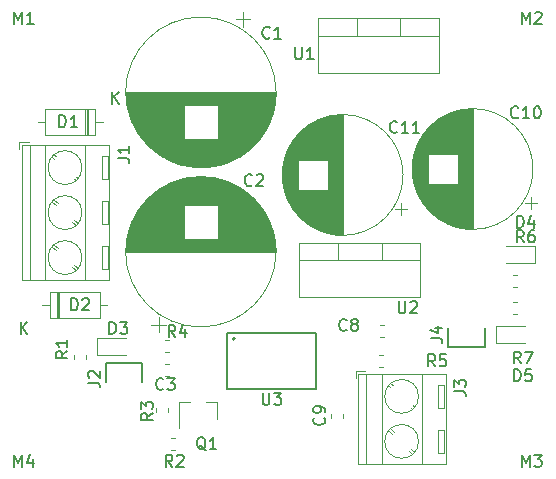
<source format=gbr>
G04 #@! TF.GenerationSoftware,KiCad,Pcbnew,(5.0.0)*
G04 #@! TF.CreationDate,2019-11-15T18:54:58-03:00*
G04 #@! TF.ProjectId,driver_alto,6472697665725F616C746F2E6B696361,rev?*
G04 #@! TF.SameCoordinates,Original*
G04 #@! TF.FileFunction,Legend,Top*
G04 #@! TF.FilePolarity,Positive*
%FSLAX46Y46*%
G04 Gerber Fmt 4.6, Leading zero omitted, Abs format (unit mm)*
G04 Created by KiCad (PCBNEW (5.0.0)) date 11/15/19 18:54:58*
%MOMM*%
%LPD*%
G01*
G04 APERTURE LIST*
%ADD10C,0.120000*%
%ADD11C,0.150000*%
G04 APERTURE END LIST*
D10*
G04 #@! TO.C,Q1*
X116330000Y-80240000D02*
X115400000Y-80240000D01*
X113170000Y-80240000D02*
X114100000Y-80240000D01*
X113170000Y-80240000D02*
X113170000Y-82400000D01*
X116330000Y-80240000D02*
X116330000Y-81700000D01*
G04 #@! TO.C,D5*
X142425000Y-73765000D02*
X139965000Y-73765000D01*
X139965000Y-73765000D02*
X139965000Y-75235000D01*
X139965000Y-75235000D02*
X142425000Y-75235000D01*
G04 #@! TO.C,R7*
X141453733Y-71740000D02*
X141796267Y-71740000D01*
X141453733Y-72760000D02*
X141796267Y-72760000D01*
G04 #@! TO.C,D2*
X102190000Y-70880000D02*
X102190000Y-73120000D01*
X102190000Y-73120000D02*
X106430000Y-73120000D01*
X106430000Y-73120000D02*
X106430000Y-70880000D01*
X106430000Y-70880000D02*
X102190000Y-70880000D01*
X101540000Y-72000000D02*
X102190000Y-72000000D01*
X107080000Y-72000000D02*
X106430000Y-72000000D01*
X102910000Y-70880000D02*
X102910000Y-73120000D01*
X103030000Y-70880000D02*
X103030000Y-73120000D01*
X102790000Y-70880000D02*
X102790000Y-73120000D01*
G04 #@! TO.C,D1*
X106060000Y-57620000D02*
X106060000Y-55380000D01*
X106060000Y-55380000D02*
X101820000Y-55380000D01*
X101820000Y-55380000D02*
X101820000Y-57620000D01*
X101820000Y-57620000D02*
X106060000Y-57620000D01*
X106710000Y-56500000D02*
X106060000Y-56500000D01*
X101170000Y-56500000D02*
X101820000Y-56500000D01*
X105340000Y-57620000D02*
X105340000Y-55380000D01*
X105220000Y-57620000D02*
X105220000Y-55380000D01*
X105460000Y-57620000D02*
X105460000Y-55380000D01*
G04 #@! TO.C,C10*
X142979646Y-63875000D02*
X142979646Y-62875000D01*
X143479646Y-63375000D02*
X142479646Y-63375000D01*
X132919000Y-61099000D02*
X132919000Y-59901000D01*
X132959000Y-61362000D02*
X132959000Y-59638000D01*
X132999000Y-61562000D02*
X132999000Y-59438000D01*
X133039000Y-61730000D02*
X133039000Y-59270000D01*
X133079000Y-61878000D02*
X133079000Y-59122000D01*
X133119000Y-62010000D02*
X133119000Y-58990000D01*
X133159000Y-62130000D02*
X133159000Y-58870000D01*
X133199000Y-62242000D02*
X133199000Y-58758000D01*
X133239000Y-62346000D02*
X133239000Y-58654000D01*
X133279000Y-62444000D02*
X133279000Y-58556000D01*
X133319000Y-62537000D02*
X133319000Y-58463000D01*
X133359000Y-62625000D02*
X133359000Y-58375000D01*
X133399000Y-62709000D02*
X133399000Y-58291000D01*
X133439000Y-62789000D02*
X133439000Y-58211000D01*
X133479000Y-62865000D02*
X133479000Y-58135000D01*
X133519000Y-62939000D02*
X133519000Y-58061000D01*
X133559000Y-63010000D02*
X133559000Y-57990000D01*
X133599000Y-63079000D02*
X133599000Y-57921000D01*
X133639000Y-63145000D02*
X133639000Y-57855000D01*
X133679000Y-63209000D02*
X133679000Y-57791000D01*
X133719000Y-63270000D02*
X133719000Y-57730000D01*
X133759000Y-63330000D02*
X133759000Y-57670000D01*
X133799000Y-63389000D02*
X133799000Y-57611000D01*
X133839000Y-63445000D02*
X133839000Y-57555000D01*
X133879000Y-63500000D02*
X133879000Y-57500000D01*
X133919000Y-63554000D02*
X133919000Y-57446000D01*
X133959000Y-63606000D02*
X133959000Y-57394000D01*
X133999000Y-63656000D02*
X133999000Y-57344000D01*
X134039000Y-63706000D02*
X134039000Y-57294000D01*
X134079000Y-63754000D02*
X134079000Y-57246000D01*
X134119000Y-63801000D02*
X134119000Y-57199000D01*
X134159000Y-63847000D02*
X134159000Y-57153000D01*
X134199000Y-63892000D02*
X134199000Y-57108000D01*
X134239000Y-63936000D02*
X134239000Y-57064000D01*
X134279000Y-59259000D02*
X134279000Y-57022000D01*
X134279000Y-63978000D02*
X134279000Y-61741000D01*
X134319000Y-59259000D02*
X134319000Y-56980000D01*
X134319000Y-64020000D02*
X134319000Y-61741000D01*
X134359000Y-59259000D02*
X134359000Y-56939000D01*
X134359000Y-64061000D02*
X134359000Y-61741000D01*
X134399000Y-59259000D02*
X134399000Y-56899000D01*
X134399000Y-64101000D02*
X134399000Y-61741000D01*
X134439000Y-59259000D02*
X134439000Y-56860000D01*
X134439000Y-64140000D02*
X134439000Y-61741000D01*
X134479000Y-59259000D02*
X134479000Y-56821000D01*
X134479000Y-64179000D02*
X134479000Y-61741000D01*
X134519000Y-59259000D02*
X134519000Y-56784000D01*
X134519000Y-64216000D02*
X134519000Y-61741000D01*
X134559000Y-59259000D02*
X134559000Y-56747000D01*
X134559000Y-64253000D02*
X134559000Y-61741000D01*
X134599000Y-59259000D02*
X134599000Y-56711000D01*
X134599000Y-64289000D02*
X134599000Y-61741000D01*
X134639000Y-59259000D02*
X134639000Y-56676000D01*
X134639000Y-64324000D02*
X134639000Y-61741000D01*
X134679000Y-59259000D02*
X134679000Y-56642000D01*
X134679000Y-64358000D02*
X134679000Y-61741000D01*
X134719000Y-59259000D02*
X134719000Y-56608000D01*
X134719000Y-64392000D02*
X134719000Y-61741000D01*
X134759000Y-59259000D02*
X134759000Y-56575000D01*
X134759000Y-64425000D02*
X134759000Y-61741000D01*
X134799000Y-59259000D02*
X134799000Y-56543000D01*
X134799000Y-64457000D02*
X134799000Y-61741000D01*
X134839000Y-59259000D02*
X134839000Y-56511000D01*
X134839000Y-64489000D02*
X134839000Y-61741000D01*
X134879000Y-59259000D02*
X134879000Y-56480000D01*
X134879000Y-64520000D02*
X134879000Y-61741000D01*
X134919000Y-59259000D02*
X134919000Y-56450000D01*
X134919000Y-64550000D02*
X134919000Y-61741000D01*
X134959000Y-59259000D02*
X134959000Y-56420000D01*
X134959000Y-64580000D02*
X134959000Y-61741000D01*
X134999000Y-59259000D02*
X134999000Y-56390000D01*
X134999000Y-64610000D02*
X134999000Y-61741000D01*
X135039000Y-59259000D02*
X135039000Y-56362000D01*
X135039000Y-64638000D02*
X135039000Y-61741000D01*
X135079000Y-59259000D02*
X135079000Y-56334000D01*
X135079000Y-64666000D02*
X135079000Y-61741000D01*
X135119000Y-59259000D02*
X135119000Y-56306000D01*
X135119000Y-64694000D02*
X135119000Y-61741000D01*
X135159000Y-59259000D02*
X135159000Y-56279000D01*
X135159000Y-64721000D02*
X135159000Y-61741000D01*
X135199000Y-59259000D02*
X135199000Y-56253000D01*
X135199000Y-64747000D02*
X135199000Y-61741000D01*
X135239000Y-59259000D02*
X135239000Y-56227000D01*
X135239000Y-64773000D02*
X135239000Y-61741000D01*
X135279000Y-59259000D02*
X135279000Y-56202000D01*
X135279000Y-64798000D02*
X135279000Y-61741000D01*
X135319000Y-59259000D02*
X135319000Y-56177000D01*
X135319000Y-64823000D02*
X135319000Y-61741000D01*
X135359000Y-59259000D02*
X135359000Y-56153000D01*
X135359000Y-64847000D02*
X135359000Y-61741000D01*
X135399000Y-59259000D02*
X135399000Y-56129000D01*
X135399000Y-64871000D02*
X135399000Y-61741000D01*
X135439000Y-59259000D02*
X135439000Y-56105000D01*
X135439000Y-64895000D02*
X135439000Y-61741000D01*
X135479000Y-59259000D02*
X135479000Y-56083000D01*
X135479000Y-64917000D02*
X135479000Y-61741000D01*
X135519000Y-59259000D02*
X135519000Y-56060000D01*
X135519000Y-64940000D02*
X135519000Y-61741000D01*
X135559000Y-59259000D02*
X135559000Y-56038000D01*
X135559000Y-64962000D02*
X135559000Y-61741000D01*
X135599000Y-59259000D02*
X135599000Y-56017000D01*
X135599000Y-64983000D02*
X135599000Y-61741000D01*
X135639000Y-59259000D02*
X135639000Y-55996000D01*
X135639000Y-65004000D02*
X135639000Y-61741000D01*
X135679000Y-59259000D02*
X135679000Y-55975000D01*
X135679000Y-65025000D02*
X135679000Y-61741000D01*
X135719000Y-59259000D02*
X135719000Y-55955000D01*
X135719000Y-65045000D02*
X135719000Y-61741000D01*
X135759000Y-59259000D02*
X135759000Y-55936000D01*
X135759000Y-65064000D02*
X135759000Y-61741000D01*
X135799000Y-59259000D02*
X135799000Y-55916000D01*
X135799000Y-65084000D02*
X135799000Y-61741000D01*
X135839000Y-59259000D02*
X135839000Y-55897000D01*
X135839000Y-65103000D02*
X135839000Y-61741000D01*
X135879000Y-59259000D02*
X135879000Y-55879000D01*
X135879000Y-65121000D02*
X135879000Y-61741000D01*
X135919000Y-59259000D02*
X135919000Y-55861000D01*
X135919000Y-65139000D02*
X135919000Y-61741000D01*
X135959000Y-59259000D02*
X135959000Y-55843000D01*
X135959000Y-65157000D02*
X135959000Y-61741000D01*
X135999000Y-59259000D02*
X135999000Y-55826000D01*
X135999000Y-65174000D02*
X135999000Y-61741000D01*
X136039000Y-59259000D02*
X136039000Y-55810000D01*
X136039000Y-65190000D02*
X136039000Y-61741000D01*
X136079000Y-59259000D02*
X136079000Y-55793000D01*
X136079000Y-65207000D02*
X136079000Y-61741000D01*
X136119000Y-59259000D02*
X136119000Y-55777000D01*
X136119000Y-65223000D02*
X136119000Y-61741000D01*
X136159000Y-59259000D02*
X136159000Y-55762000D01*
X136159000Y-65238000D02*
X136159000Y-61741000D01*
X136199000Y-59259000D02*
X136199000Y-55746000D01*
X136199000Y-65254000D02*
X136199000Y-61741000D01*
X136239000Y-59259000D02*
X136239000Y-55732000D01*
X136239000Y-65268000D02*
X136239000Y-61741000D01*
X136279000Y-59259000D02*
X136279000Y-55717000D01*
X136279000Y-65283000D02*
X136279000Y-61741000D01*
X136319000Y-59259000D02*
X136319000Y-55703000D01*
X136319000Y-65297000D02*
X136319000Y-61741000D01*
X136359000Y-59259000D02*
X136359000Y-55689000D01*
X136359000Y-65311000D02*
X136359000Y-61741000D01*
X136399000Y-59259000D02*
X136399000Y-55676000D01*
X136399000Y-65324000D02*
X136399000Y-61741000D01*
X136439000Y-59259000D02*
X136439000Y-55663000D01*
X136439000Y-65337000D02*
X136439000Y-61741000D01*
X136479000Y-59259000D02*
X136479000Y-55650000D01*
X136479000Y-65350000D02*
X136479000Y-61741000D01*
X136519000Y-59259000D02*
X136519000Y-55638000D01*
X136519000Y-65362000D02*
X136519000Y-61741000D01*
X136559000Y-59259000D02*
X136559000Y-55626000D01*
X136559000Y-65374000D02*
X136559000Y-61741000D01*
X136599000Y-59259000D02*
X136599000Y-55615000D01*
X136599000Y-65385000D02*
X136599000Y-61741000D01*
X136639000Y-59259000D02*
X136639000Y-55603000D01*
X136639000Y-65397000D02*
X136639000Y-61741000D01*
X136679000Y-59259000D02*
X136679000Y-55593000D01*
X136679000Y-65407000D02*
X136679000Y-61741000D01*
X136719000Y-59259000D02*
X136719000Y-55582000D01*
X136719000Y-65418000D02*
X136719000Y-61741000D01*
X136759000Y-65428000D02*
X136759000Y-55572000D01*
X136799000Y-65438000D02*
X136799000Y-55562000D01*
X136839000Y-65447000D02*
X136839000Y-55553000D01*
X136879000Y-65456000D02*
X136879000Y-55544000D01*
X136919000Y-65465000D02*
X136919000Y-55535000D01*
X136959000Y-65474000D02*
X136959000Y-55526000D01*
X136999000Y-65482000D02*
X136999000Y-55518000D01*
X137039000Y-65490000D02*
X137039000Y-55510000D01*
X137079000Y-65497000D02*
X137079000Y-55503000D01*
X137119000Y-65504000D02*
X137119000Y-55496000D01*
X137159000Y-65511000D02*
X137159000Y-55489000D01*
X137199000Y-65518000D02*
X137199000Y-55482000D01*
X137239000Y-65524000D02*
X137239000Y-55476000D01*
X137279000Y-65530000D02*
X137279000Y-55470000D01*
X137320000Y-65535000D02*
X137320000Y-55465000D01*
X137360000Y-65540000D02*
X137360000Y-55460000D01*
X137400000Y-65545000D02*
X137400000Y-55455000D01*
X137440000Y-65550000D02*
X137440000Y-55450000D01*
X137480000Y-65554000D02*
X137480000Y-55446000D01*
X137520000Y-65558000D02*
X137520000Y-55442000D01*
X137560000Y-65562000D02*
X137560000Y-55438000D01*
X137600000Y-65565000D02*
X137600000Y-55435000D01*
X137640000Y-65568000D02*
X137640000Y-55432000D01*
X137680000Y-65570000D02*
X137680000Y-55430000D01*
X137720000Y-65573000D02*
X137720000Y-55427000D01*
X137760000Y-65575000D02*
X137760000Y-55425000D01*
X137800000Y-65577000D02*
X137800000Y-55423000D01*
X137840000Y-65578000D02*
X137840000Y-55422000D01*
X137880000Y-65579000D02*
X137880000Y-55421000D01*
X137920000Y-65580000D02*
X137920000Y-55420000D01*
X137960000Y-65580000D02*
X137960000Y-55420000D01*
X138000000Y-65580000D02*
X138000000Y-55420000D01*
X143120000Y-60500000D02*
G75*
G03X143120000Y-60500000I-5120000J0D01*
G01*
G04 #@! TO.C,C11*
X132120000Y-61000000D02*
G75*
G03X132120000Y-61000000I-5120000J0D01*
G01*
X127000000Y-66080000D02*
X127000000Y-55920000D01*
X126960000Y-66080000D02*
X126960000Y-55920000D01*
X126920000Y-66080000D02*
X126920000Y-55920000D01*
X126880000Y-66079000D02*
X126880000Y-55921000D01*
X126840000Y-66078000D02*
X126840000Y-55922000D01*
X126800000Y-66077000D02*
X126800000Y-55923000D01*
X126760000Y-66075000D02*
X126760000Y-55925000D01*
X126720000Y-66073000D02*
X126720000Y-55927000D01*
X126680000Y-66070000D02*
X126680000Y-55930000D01*
X126640000Y-66068000D02*
X126640000Y-55932000D01*
X126600000Y-66065000D02*
X126600000Y-55935000D01*
X126560000Y-66062000D02*
X126560000Y-55938000D01*
X126520000Y-66058000D02*
X126520000Y-55942000D01*
X126480000Y-66054000D02*
X126480000Y-55946000D01*
X126440000Y-66050000D02*
X126440000Y-55950000D01*
X126400000Y-66045000D02*
X126400000Y-55955000D01*
X126360000Y-66040000D02*
X126360000Y-55960000D01*
X126320000Y-66035000D02*
X126320000Y-55965000D01*
X126279000Y-66030000D02*
X126279000Y-55970000D01*
X126239000Y-66024000D02*
X126239000Y-55976000D01*
X126199000Y-66018000D02*
X126199000Y-55982000D01*
X126159000Y-66011000D02*
X126159000Y-55989000D01*
X126119000Y-66004000D02*
X126119000Y-55996000D01*
X126079000Y-65997000D02*
X126079000Y-56003000D01*
X126039000Y-65990000D02*
X126039000Y-56010000D01*
X125999000Y-65982000D02*
X125999000Y-56018000D01*
X125959000Y-65974000D02*
X125959000Y-56026000D01*
X125919000Y-65965000D02*
X125919000Y-56035000D01*
X125879000Y-65956000D02*
X125879000Y-56044000D01*
X125839000Y-65947000D02*
X125839000Y-56053000D01*
X125799000Y-65938000D02*
X125799000Y-56062000D01*
X125759000Y-65928000D02*
X125759000Y-56072000D01*
X125719000Y-65918000D02*
X125719000Y-62241000D01*
X125719000Y-59759000D02*
X125719000Y-56082000D01*
X125679000Y-65907000D02*
X125679000Y-62241000D01*
X125679000Y-59759000D02*
X125679000Y-56093000D01*
X125639000Y-65897000D02*
X125639000Y-62241000D01*
X125639000Y-59759000D02*
X125639000Y-56103000D01*
X125599000Y-65885000D02*
X125599000Y-62241000D01*
X125599000Y-59759000D02*
X125599000Y-56115000D01*
X125559000Y-65874000D02*
X125559000Y-62241000D01*
X125559000Y-59759000D02*
X125559000Y-56126000D01*
X125519000Y-65862000D02*
X125519000Y-62241000D01*
X125519000Y-59759000D02*
X125519000Y-56138000D01*
X125479000Y-65850000D02*
X125479000Y-62241000D01*
X125479000Y-59759000D02*
X125479000Y-56150000D01*
X125439000Y-65837000D02*
X125439000Y-62241000D01*
X125439000Y-59759000D02*
X125439000Y-56163000D01*
X125399000Y-65824000D02*
X125399000Y-62241000D01*
X125399000Y-59759000D02*
X125399000Y-56176000D01*
X125359000Y-65811000D02*
X125359000Y-62241000D01*
X125359000Y-59759000D02*
X125359000Y-56189000D01*
X125319000Y-65797000D02*
X125319000Y-62241000D01*
X125319000Y-59759000D02*
X125319000Y-56203000D01*
X125279000Y-65783000D02*
X125279000Y-62241000D01*
X125279000Y-59759000D02*
X125279000Y-56217000D01*
X125239000Y-65768000D02*
X125239000Y-62241000D01*
X125239000Y-59759000D02*
X125239000Y-56232000D01*
X125199000Y-65754000D02*
X125199000Y-62241000D01*
X125199000Y-59759000D02*
X125199000Y-56246000D01*
X125159000Y-65738000D02*
X125159000Y-62241000D01*
X125159000Y-59759000D02*
X125159000Y-56262000D01*
X125119000Y-65723000D02*
X125119000Y-62241000D01*
X125119000Y-59759000D02*
X125119000Y-56277000D01*
X125079000Y-65707000D02*
X125079000Y-62241000D01*
X125079000Y-59759000D02*
X125079000Y-56293000D01*
X125039000Y-65690000D02*
X125039000Y-62241000D01*
X125039000Y-59759000D02*
X125039000Y-56310000D01*
X124999000Y-65674000D02*
X124999000Y-62241000D01*
X124999000Y-59759000D02*
X124999000Y-56326000D01*
X124959000Y-65657000D02*
X124959000Y-62241000D01*
X124959000Y-59759000D02*
X124959000Y-56343000D01*
X124919000Y-65639000D02*
X124919000Y-62241000D01*
X124919000Y-59759000D02*
X124919000Y-56361000D01*
X124879000Y-65621000D02*
X124879000Y-62241000D01*
X124879000Y-59759000D02*
X124879000Y-56379000D01*
X124839000Y-65603000D02*
X124839000Y-62241000D01*
X124839000Y-59759000D02*
X124839000Y-56397000D01*
X124799000Y-65584000D02*
X124799000Y-62241000D01*
X124799000Y-59759000D02*
X124799000Y-56416000D01*
X124759000Y-65564000D02*
X124759000Y-62241000D01*
X124759000Y-59759000D02*
X124759000Y-56436000D01*
X124719000Y-65545000D02*
X124719000Y-62241000D01*
X124719000Y-59759000D02*
X124719000Y-56455000D01*
X124679000Y-65525000D02*
X124679000Y-62241000D01*
X124679000Y-59759000D02*
X124679000Y-56475000D01*
X124639000Y-65504000D02*
X124639000Y-62241000D01*
X124639000Y-59759000D02*
X124639000Y-56496000D01*
X124599000Y-65483000D02*
X124599000Y-62241000D01*
X124599000Y-59759000D02*
X124599000Y-56517000D01*
X124559000Y-65462000D02*
X124559000Y-62241000D01*
X124559000Y-59759000D02*
X124559000Y-56538000D01*
X124519000Y-65440000D02*
X124519000Y-62241000D01*
X124519000Y-59759000D02*
X124519000Y-56560000D01*
X124479000Y-65417000D02*
X124479000Y-62241000D01*
X124479000Y-59759000D02*
X124479000Y-56583000D01*
X124439000Y-65395000D02*
X124439000Y-62241000D01*
X124439000Y-59759000D02*
X124439000Y-56605000D01*
X124399000Y-65371000D02*
X124399000Y-62241000D01*
X124399000Y-59759000D02*
X124399000Y-56629000D01*
X124359000Y-65347000D02*
X124359000Y-62241000D01*
X124359000Y-59759000D02*
X124359000Y-56653000D01*
X124319000Y-65323000D02*
X124319000Y-62241000D01*
X124319000Y-59759000D02*
X124319000Y-56677000D01*
X124279000Y-65298000D02*
X124279000Y-62241000D01*
X124279000Y-59759000D02*
X124279000Y-56702000D01*
X124239000Y-65273000D02*
X124239000Y-62241000D01*
X124239000Y-59759000D02*
X124239000Y-56727000D01*
X124199000Y-65247000D02*
X124199000Y-62241000D01*
X124199000Y-59759000D02*
X124199000Y-56753000D01*
X124159000Y-65221000D02*
X124159000Y-62241000D01*
X124159000Y-59759000D02*
X124159000Y-56779000D01*
X124119000Y-65194000D02*
X124119000Y-62241000D01*
X124119000Y-59759000D02*
X124119000Y-56806000D01*
X124079000Y-65166000D02*
X124079000Y-62241000D01*
X124079000Y-59759000D02*
X124079000Y-56834000D01*
X124039000Y-65138000D02*
X124039000Y-62241000D01*
X124039000Y-59759000D02*
X124039000Y-56862000D01*
X123999000Y-65110000D02*
X123999000Y-62241000D01*
X123999000Y-59759000D02*
X123999000Y-56890000D01*
X123959000Y-65080000D02*
X123959000Y-62241000D01*
X123959000Y-59759000D02*
X123959000Y-56920000D01*
X123919000Y-65050000D02*
X123919000Y-62241000D01*
X123919000Y-59759000D02*
X123919000Y-56950000D01*
X123879000Y-65020000D02*
X123879000Y-62241000D01*
X123879000Y-59759000D02*
X123879000Y-56980000D01*
X123839000Y-64989000D02*
X123839000Y-62241000D01*
X123839000Y-59759000D02*
X123839000Y-57011000D01*
X123799000Y-64957000D02*
X123799000Y-62241000D01*
X123799000Y-59759000D02*
X123799000Y-57043000D01*
X123759000Y-64925000D02*
X123759000Y-62241000D01*
X123759000Y-59759000D02*
X123759000Y-57075000D01*
X123719000Y-64892000D02*
X123719000Y-62241000D01*
X123719000Y-59759000D02*
X123719000Y-57108000D01*
X123679000Y-64858000D02*
X123679000Y-62241000D01*
X123679000Y-59759000D02*
X123679000Y-57142000D01*
X123639000Y-64824000D02*
X123639000Y-62241000D01*
X123639000Y-59759000D02*
X123639000Y-57176000D01*
X123599000Y-64789000D02*
X123599000Y-62241000D01*
X123599000Y-59759000D02*
X123599000Y-57211000D01*
X123559000Y-64753000D02*
X123559000Y-62241000D01*
X123559000Y-59759000D02*
X123559000Y-57247000D01*
X123519000Y-64716000D02*
X123519000Y-62241000D01*
X123519000Y-59759000D02*
X123519000Y-57284000D01*
X123479000Y-64679000D02*
X123479000Y-62241000D01*
X123479000Y-59759000D02*
X123479000Y-57321000D01*
X123439000Y-64640000D02*
X123439000Y-62241000D01*
X123439000Y-59759000D02*
X123439000Y-57360000D01*
X123399000Y-64601000D02*
X123399000Y-62241000D01*
X123399000Y-59759000D02*
X123399000Y-57399000D01*
X123359000Y-64561000D02*
X123359000Y-62241000D01*
X123359000Y-59759000D02*
X123359000Y-57439000D01*
X123319000Y-64520000D02*
X123319000Y-62241000D01*
X123319000Y-59759000D02*
X123319000Y-57480000D01*
X123279000Y-64478000D02*
X123279000Y-62241000D01*
X123279000Y-59759000D02*
X123279000Y-57522000D01*
X123239000Y-64436000D02*
X123239000Y-57564000D01*
X123199000Y-64392000D02*
X123199000Y-57608000D01*
X123159000Y-64347000D02*
X123159000Y-57653000D01*
X123119000Y-64301000D02*
X123119000Y-57699000D01*
X123079000Y-64254000D02*
X123079000Y-57746000D01*
X123039000Y-64206000D02*
X123039000Y-57794000D01*
X122999000Y-64156000D02*
X122999000Y-57844000D01*
X122959000Y-64106000D02*
X122959000Y-57894000D01*
X122919000Y-64054000D02*
X122919000Y-57946000D01*
X122879000Y-64000000D02*
X122879000Y-58000000D01*
X122839000Y-63945000D02*
X122839000Y-58055000D01*
X122799000Y-63889000D02*
X122799000Y-58111000D01*
X122759000Y-63830000D02*
X122759000Y-58170000D01*
X122719000Y-63770000D02*
X122719000Y-58230000D01*
X122679000Y-63709000D02*
X122679000Y-58291000D01*
X122639000Y-63645000D02*
X122639000Y-58355000D01*
X122599000Y-63579000D02*
X122599000Y-58421000D01*
X122559000Y-63510000D02*
X122559000Y-58490000D01*
X122519000Y-63439000D02*
X122519000Y-58561000D01*
X122479000Y-63365000D02*
X122479000Y-58635000D01*
X122439000Y-63289000D02*
X122439000Y-58711000D01*
X122399000Y-63209000D02*
X122399000Y-58791000D01*
X122359000Y-63125000D02*
X122359000Y-58875000D01*
X122319000Y-63037000D02*
X122319000Y-58963000D01*
X122279000Y-62944000D02*
X122279000Y-59056000D01*
X122239000Y-62846000D02*
X122239000Y-59154000D01*
X122199000Y-62742000D02*
X122199000Y-59258000D01*
X122159000Y-62630000D02*
X122159000Y-59370000D01*
X122119000Y-62510000D02*
X122119000Y-59490000D01*
X122079000Y-62378000D02*
X122079000Y-59622000D01*
X122039000Y-62230000D02*
X122039000Y-59770000D01*
X121999000Y-62062000D02*
X121999000Y-59938000D01*
X121959000Y-61862000D02*
X121959000Y-60138000D01*
X121919000Y-61599000D02*
X121919000Y-60401000D01*
X132479646Y-63875000D02*
X131479646Y-63875000D01*
X131979646Y-64375000D02*
X131979646Y-63375000D01*
G04 #@! TO.C,D3*
X106215000Y-76235000D02*
X108675000Y-76235000D01*
X106215000Y-74765000D02*
X106215000Y-76235000D01*
X108675000Y-74765000D02*
X106215000Y-74765000D01*
G04 #@! TO.C,D4*
X140825000Y-68485000D02*
X143285000Y-68485000D01*
X143285000Y-68485000D02*
X143285000Y-67015000D01*
X143285000Y-67015000D02*
X140825000Y-67015000D01*
G04 #@! TO.C,C8*
X130203733Y-74760000D02*
X130546267Y-74760000D01*
X130203733Y-73740000D02*
X130546267Y-73740000D01*
G04 #@! TO.C,C9*
X125990000Y-81546267D02*
X125990000Y-81203733D01*
X127010000Y-81546267D02*
X127010000Y-81203733D01*
G04 #@! TO.C,R5*
X130421267Y-76240000D02*
X130078733Y-76240000D01*
X130421267Y-77260000D02*
X130078733Y-77260000D01*
G04 #@! TO.C,R6*
X141453733Y-69490000D02*
X141796267Y-69490000D01*
X141453733Y-70510000D02*
X141796267Y-70510000D01*
D11*
G04 #@! TO.C,J4*
X139050000Y-75550000D02*
X135950000Y-75550000D01*
X139050000Y-74000000D02*
X139050000Y-75550000D01*
X135950000Y-75550000D02*
X135950000Y-74000000D01*
G04 #@! TO.C,J2*
X110050000Y-76950000D02*
X110050000Y-78500000D01*
X106950000Y-78500000D02*
X106950000Y-76950000D01*
X106950000Y-76950000D02*
X110050000Y-76950000D01*
G04 #@! TO.C,U3*
X117900000Y-74870000D02*
G75*
G03X117900000Y-74870000I-100000J0D01*
G01*
X124750000Y-74420000D02*
X117250000Y-74420000D01*
X124750000Y-79120000D02*
X124750000Y-74420000D01*
X117250000Y-79120000D02*
X124750000Y-79120000D01*
X117250000Y-74420000D02*
X117250000Y-79120000D01*
D10*
G04 #@! TO.C,C1*
X119200000Y-47807918D02*
X117950000Y-47807918D01*
X118575000Y-47182918D02*
X118575000Y-48432918D01*
X115317000Y-60361000D02*
X114683000Y-60361000D01*
X115757000Y-60321000D02*
X114243000Y-60321000D01*
X116028000Y-60281000D02*
X113972000Y-60281000D01*
X116241000Y-60241000D02*
X113759000Y-60241000D01*
X116422000Y-60201000D02*
X113578000Y-60201000D01*
X116583000Y-60161000D02*
X113417000Y-60161000D01*
X116728000Y-60121000D02*
X113272000Y-60121000D01*
X116861000Y-60081000D02*
X113139000Y-60081000D01*
X116984000Y-60041000D02*
X113016000Y-60041000D01*
X117100000Y-60001000D02*
X112900000Y-60001000D01*
X117209000Y-59961000D02*
X112791000Y-59961000D01*
X117312000Y-59921000D02*
X112688000Y-59921000D01*
X117410000Y-59881000D02*
X112590000Y-59881000D01*
X117504000Y-59841000D02*
X112496000Y-59841000D01*
X117594000Y-59801000D02*
X112406000Y-59801000D01*
X117681000Y-59761000D02*
X112319000Y-59761000D01*
X117764000Y-59721000D02*
X112236000Y-59721000D01*
X117844000Y-59681000D02*
X112156000Y-59681000D01*
X117921000Y-59641000D02*
X112079000Y-59641000D01*
X117996000Y-59601000D02*
X112004000Y-59601000D01*
X118069000Y-59561000D02*
X111931000Y-59561000D01*
X118140000Y-59521000D02*
X111860000Y-59521000D01*
X118208000Y-59481000D02*
X111792000Y-59481000D01*
X118275000Y-59441000D02*
X111725000Y-59441000D01*
X118339000Y-59401000D02*
X111661000Y-59401000D01*
X118402000Y-59361000D02*
X111598000Y-59361000D01*
X118464000Y-59321000D02*
X111536000Y-59321000D01*
X118524000Y-59281000D02*
X111476000Y-59281000D01*
X118583000Y-59241000D02*
X111417000Y-59241000D01*
X118640000Y-59201000D02*
X111360000Y-59201000D01*
X118696000Y-59161000D02*
X111304000Y-59161000D01*
X118750000Y-59121000D02*
X111250000Y-59121000D01*
X118804000Y-59081000D02*
X111196000Y-59081000D01*
X118856000Y-59041000D02*
X111144000Y-59041000D01*
X118907000Y-59001000D02*
X111093000Y-59001000D01*
X118957000Y-58961000D02*
X111043000Y-58961000D01*
X119007000Y-58921000D02*
X110993000Y-58921000D01*
X119055000Y-58881000D02*
X110945000Y-58881000D01*
X119102000Y-58841000D02*
X110898000Y-58841000D01*
X119148000Y-58801000D02*
X110852000Y-58801000D01*
X119194000Y-58761000D02*
X110806000Y-58761000D01*
X119238000Y-58721000D02*
X110762000Y-58721000D01*
X119282000Y-58681000D02*
X110718000Y-58681000D01*
X119325000Y-58641000D02*
X110675000Y-58641000D01*
X119367000Y-58601000D02*
X110633000Y-58601000D01*
X119408000Y-58561000D02*
X110592000Y-58561000D01*
X119449000Y-58521000D02*
X110551000Y-58521000D01*
X119489000Y-58481000D02*
X110511000Y-58481000D01*
X119528000Y-58441000D02*
X110472000Y-58441000D01*
X119567000Y-58401000D02*
X110433000Y-58401000D01*
X119605000Y-58361000D02*
X110395000Y-58361000D01*
X119642000Y-58321000D02*
X110358000Y-58321000D01*
X119678000Y-58281000D02*
X110322000Y-58281000D01*
X119714000Y-58241000D02*
X110286000Y-58241000D01*
X119750000Y-58201000D02*
X110250000Y-58201000D01*
X119785000Y-58161000D02*
X110215000Y-58161000D01*
X119819000Y-58121000D02*
X110181000Y-58121000D01*
X119852000Y-58081000D02*
X110148000Y-58081000D01*
X119885000Y-58041000D02*
X110115000Y-58041000D01*
X119918000Y-58001000D02*
X110082000Y-58001000D01*
X119950000Y-57961000D02*
X110050000Y-57961000D01*
X113560000Y-57921000D02*
X110018000Y-57921000D01*
X119982000Y-57921000D02*
X116440000Y-57921000D01*
X113560000Y-57881000D02*
X109988000Y-57881000D01*
X120012000Y-57881000D02*
X116440000Y-57881000D01*
X113560000Y-57841000D02*
X109957000Y-57841000D01*
X120043000Y-57841000D02*
X116440000Y-57841000D01*
X113560000Y-57801000D02*
X109927000Y-57801000D01*
X120073000Y-57801000D02*
X116440000Y-57801000D01*
X113560000Y-57761000D02*
X109898000Y-57761000D01*
X120102000Y-57761000D02*
X116440000Y-57761000D01*
X113560000Y-57721000D02*
X109869000Y-57721000D01*
X120131000Y-57721000D02*
X116440000Y-57721000D01*
X113560000Y-57681000D02*
X109840000Y-57681000D01*
X120160000Y-57681000D02*
X116440000Y-57681000D01*
X113560000Y-57641000D02*
X109812000Y-57641000D01*
X120188000Y-57641000D02*
X116440000Y-57641000D01*
X113560000Y-57601000D02*
X109784000Y-57601000D01*
X120216000Y-57601000D02*
X116440000Y-57601000D01*
X113560000Y-57561000D02*
X109757000Y-57561000D01*
X120243000Y-57561000D02*
X116440000Y-57561000D01*
X113560000Y-57521000D02*
X109730000Y-57521000D01*
X120270000Y-57521000D02*
X116440000Y-57521000D01*
X113560000Y-57481000D02*
X109704000Y-57481000D01*
X120296000Y-57481000D02*
X116440000Y-57481000D01*
X113560000Y-57441000D02*
X109678000Y-57441000D01*
X120322000Y-57441000D02*
X116440000Y-57441000D01*
X113560000Y-57401000D02*
X109653000Y-57401000D01*
X120347000Y-57401000D02*
X116440000Y-57401000D01*
X113560000Y-57361000D02*
X109628000Y-57361000D01*
X120372000Y-57361000D02*
X116440000Y-57361000D01*
X113560000Y-57321000D02*
X109603000Y-57321000D01*
X120397000Y-57321000D02*
X116440000Y-57321000D01*
X113560000Y-57281000D02*
X109579000Y-57281000D01*
X120421000Y-57281000D02*
X116440000Y-57281000D01*
X113560000Y-57241000D02*
X109555000Y-57241000D01*
X120445000Y-57241000D02*
X116440000Y-57241000D01*
X113560000Y-57201000D02*
X109532000Y-57201000D01*
X120468000Y-57201000D02*
X116440000Y-57201000D01*
X113560000Y-57161000D02*
X109509000Y-57161000D01*
X120491000Y-57161000D02*
X116440000Y-57161000D01*
X113560000Y-57121000D02*
X109486000Y-57121000D01*
X120514000Y-57121000D02*
X116440000Y-57121000D01*
X113560000Y-57081000D02*
X109464000Y-57081000D01*
X120536000Y-57081000D02*
X116440000Y-57081000D01*
X113560000Y-57041000D02*
X109442000Y-57041000D01*
X120558000Y-57041000D02*
X116440000Y-57041000D01*
X113560000Y-57001000D02*
X109420000Y-57001000D01*
X120580000Y-57001000D02*
X116440000Y-57001000D01*
X113560000Y-56961000D02*
X109399000Y-56961000D01*
X120601000Y-56961000D02*
X116440000Y-56961000D01*
X113560000Y-56921000D02*
X109378000Y-56921000D01*
X120622000Y-56921000D02*
X116440000Y-56921000D01*
X113560000Y-56881000D02*
X109358000Y-56881000D01*
X120642000Y-56881000D02*
X116440000Y-56881000D01*
X113560000Y-56841000D02*
X109338000Y-56841000D01*
X120662000Y-56841000D02*
X116440000Y-56841000D01*
X113560000Y-56801000D02*
X109318000Y-56801000D01*
X120682000Y-56801000D02*
X116440000Y-56801000D01*
X113560000Y-56761000D02*
X109298000Y-56761000D01*
X120702000Y-56761000D02*
X116440000Y-56761000D01*
X113560000Y-56721000D02*
X109279000Y-56721000D01*
X120721000Y-56721000D02*
X116440000Y-56721000D01*
X113560000Y-56681000D02*
X109261000Y-56681000D01*
X120739000Y-56681000D02*
X116440000Y-56681000D01*
X113560000Y-56641000D02*
X109242000Y-56641000D01*
X120758000Y-56641000D02*
X116440000Y-56641000D01*
X113560000Y-56601000D02*
X109224000Y-56601000D01*
X120776000Y-56601000D02*
X116440000Y-56601000D01*
X113560000Y-56561000D02*
X109207000Y-56561000D01*
X120793000Y-56561000D02*
X116440000Y-56561000D01*
X113560000Y-56521000D02*
X109189000Y-56521000D01*
X120811000Y-56521000D02*
X116440000Y-56521000D01*
X113560000Y-56481000D02*
X109172000Y-56481000D01*
X120828000Y-56481000D02*
X116440000Y-56481000D01*
X113560000Y-56441000D02*
X109155000Y-56441000D01*
X120845000Y-56441000D02*
X116440000Y-56441000D01*
X113560000Y-56401000D02*
X109139000Y-56401000D01*
X120861000Y-56401000D02*
X116440000Y-56401000D01*
X113560000Y-56361000D02*
X109123000Y-56361000D01*
X120877000Y-56361000D02*
X116440000Y-56361000D01*
X113560000Y-56321000D02*
X109107000Y-56321000D01*
X120893000Y-56321000D02*
X116440000Y-56321000D01*
X113560000Y-56281000D02*
X109092000Y-56281000D01*
X120908000Y-56281000D02*
X116440000Y-56281000D01*
X113560000Y-56241000D02*
X109076000Y-56241000D01*
X120924000Y-56241000D02*
X116440000Y-56241000D01*
X113560000Y-56201000D02*
X109061000Y-56201000D01*
X120939000Y-56201000D02*
X116440000Y-56201000D01*
X113560000Y-56161000D02*
X109047000Y-56161000D01*
X120953000Y-56161000D02*
X116440000Y-56161000D01*
X113560000Y-56121000D02*
X109033000Y-56121000D01*
X120967000Y-56121000D02*
X116440000Y-56121000D01*
X113560000Y-56081000D02*
X109019000Y-56081000D01*
X120981000Y-56081000D02*
X116440000Y-56081000D01*
X113560000Y-56041000D02*
X109005000Y-56041000D01*
X120995000Y-56041000D02*
X116440000Y-56041000D01*
X113560000Y-56001000D02*
X108992000Y-56001000D01*
X121008000Y-56001000D02*
X116440000Y-56001000D01*
X113560000Y-55961000D02*
X108979000Y-55961000D01*
X121021000Y-55961000D02*
X116440000Y-55961000D01*
X113560000Y-55921000D02*
X108966000Y-55921000D01*
X121034000Y-55921000D02*
X116440000Y-55921000D01*
X113560000Y-55881000D02*
X108953000Y-55881000D01*
X121047000Y-55881000D02*
X116440000Y-55881000D01*
X113560000Y-55841000D02*
X108941000Y-55841000D01*
X121059000Y-55841000D02*
X116440000Y-55841000D01*
X113560000Y-55801000D02*
X108929000Y-55801000D01*
X121071000Y-55801000D02*
X116440000Y-55801000D01*
X113560000Y-55761000D02*
X108917000Y-55761000D01*
X121083000Y-55761000D02*
X116440000Y-55761000D01*
X113560000Y-55721000D02*
X108906000Y-55721000D01*
X121094000Y-55721000D02*
X116440000Y-55721000D01*
X113560000Y-55681000D02*
X108895000Y-55681000D01*
X121105000Y-55681000D02*
X116440000Y-55681000D01*
X113560000Y-55641000D02*
X108884000Y-55641000D01*
X121116000Y-55641000D02*
X116440000Y-55641000D01*
X113560000Y-55601000D02*
X108874000Y-55601000D01*
X121126000Y-55601000D02*
X116440000Y-55601000D01*
X113560000Y-55561000D02*
X108863000Y-55561000D01*
X121137000Y-55561000D02*
X116440000Y-55561000D01*
X113560000Y-55521000D02*
X108854000Y-55521000D01*
X121146000Y-55521000D02*
X116440000Y-55521000D01*
X113560000Y-55481000D02*
X108844000Y-55481000D01*
X121156000Y-55481000D02*
X116440000Y-55481000D01*
X113560000Y-55441000D02*
X108834000Y-55441000D01*
X121166000Y-55441000D02*
X116440000Y-55441000D01*
X113560000Y-55401000D02*
X108825000Y-55401000D01*
X121175000Y-55401000D02*
X116440000Y-55401000D01*
X113560000Y-55361000D02*
X108816000Y-55361000D01*
X121184000Y-55361000D02*
X116440000Y-55361000D01*
X113560000Y-55321000D02*
X108808000Y-55321000D01*
X121192000Y-55321000D02*
X116440000Y-55321000D01*
X113560000Y-55281000D02*
X108799000Y-55281000D01*
X121201000Y-55281000D02*
X116440000Y-55281000D01*
X113560000Y-55241000D02*
X108791000Y-55241000D01*
X121209000Y-55241000D02*
X116440000Y-55241000D01*
X113560000Y-55201000D02*
X108784000Y-55201000D01*
X121216000Y-55201000D02*
X116440000Y-55201000D01*
X113560000Y-55161000D02*
X108776000Y-55161000D01*
X121224000Y-55161000D02*
X116440000Y-55161000D01*
X113560000Y-55121000D02*
X108769000Y-55121000D01*
X121231000Y-55121000D02*
X116440000Y-55121000D01*
X113560000Y-55081000D02*
X108762000Y-55081000D01*
X121238000Y-55081000D02*
X116440000Y-55081000D01*
X121245000Y-55041000D02*
X108755000Y-55041000D01*
X121252000Y-55001000D02*
X108748000Y-55001000D01*
X121258000Y-54961000D02*
X108742000Y-54961000D01*
X121264000Y-54921000D02*
X108736000Y-54921000D01*
X121269000Y-54881000D02*
X108731000Y-54881000D01*
X121275000Y-54841000D02*
X108725000Y-54841000D01*
X121280000Y-54801000D02*
X108720000Y-54801000D01*
X121285000Y-54761000D02*
X108715000Y-54761000D01*
X121290000Y-54721000D02*
X108710000Y-54721000D01*
X121294000Y-54680000D02*
X108706000Y-54680000D01*
X121298000Y-54640000D02*
X108702000Y-54640000D01*
X121302000Y-54600000D02*
X108698000Y-54600000D01*
X121306000Y-54560000D02*
X108694000Y-54560000D01*
X121309000Y-54520000D02*
X108691000Y-54520000D01*
X121312000Y-54480000D02*
X108688000Y-54480000D01*
X121315000Y-54440000D02*
X108685000Y-54440000D01*
X121318000Y-54400000D02*
X108682000Y-54400000D01*
X121320000Y-54360000D02*
X108680000Y-54360000D01*
X121322000Y-54320000D02*
X108678000Y-54320000D01*
X121324000Y-54280000D02*
X108676000Y-54280000D01*
X121326000Y-54240000D02*
X108674000Y-54240000D01*
X121327000Y-54200000D02*
X108673000Y-54200000D01*
X121328000Y-54160000D02*
X108672000Y-54160000D01*
X121329000Y-54120000D02*
X108671000Y-54120000D01*
X121330000Y-54080000D02*
X108670000Y-54080000D01*
X121330000Y-54040000D02*
X108670000Y-54040000D01*
X121330000Y-54000000D02*
X108670000Y-54000000D01*
X121370000Y-54000000D02*
G75*
G03X121370000Y-54000000I-6370000J0D01*
G01*
G04 #@! TO.C,C2*
X121370000Y-67500000D02*
G75*
G03X121370000Y-67500000I-6370000J0D01*
G01*
X108670000Y-67500000D02*
X121330000Y-67500000D01*
X108670000Y-67460000D02*
X121330000Y-67460000D01*
X108670000Y-67420000D02*
X121330000Y-67420000D01*
X108671000Y-67380000D02*
X121329000Y-67380000D01*
X108672000Y-67340000D02*
X121328000Y-67340000D01*
X108673000Y-67300000D02*
X121327000Y-67300000D01*
X108674000Y-67260000D02*
X121326000Y-67260000D01*
X108676000Y-67220000D02*
X121324000Y-67220000D01*
X108678000Y-67180000D02*
X121322000Y-67180000D01*
X108680000Y-67140000D02*
X121320000Y-67140000D01*
X108682000Y-67100000D02*
X121318000Y-67100000D01*
X108685000Y-67060000D02*
X121315000Y-67060000D01*
X108688000Y-67020000D02*
X121312000Y-67020000D01*
X108691000Y-66980000D02*
X121309000Y-66980000D01*
X108694000Y-66940000D02*
X121306000Y-66940000D01*
X108698000Y-66900000D02*
X121302000Y-66900000D01*
X108702000Y-66860000D02*
X121298000Y-66860000D01*
X108706000Y-66820000D02*
X121294000Y-66820000D01*
X108710000Y-66779000D02*
X121290000Y-66779000D01*
X108715000Y-66739000D02*
X121285000Y-66739000D01*
X108720000Y-66699000D02*
X121280000Y-66699000D01*
X108725000Y-66659000D02*
X121275000Y-66659000D01*
X108731000Y-66619000D02*
X121269000Y-66619000D01*
X108736000Y-66579000D02*
X121264000Y-66579000D01*
X108742000Y-66539000D02*
X121258000Y-66539000D01*
X108748000Y-66499000D02*
X121252000Y-66499000D01*
X108755000Y-66459000D02*
X121245000Y-66459000D01*
X108762000Y-66419000D02*
X113560000Y-66419000D01*
X116440000Y-66419000D02*
X121238000Y-66419000D01*
X108769000Y-66379000D02*
X113560000Y-66379000D01*
X116440000Y-66379000D02*
X121231000Y-66379000D01*
X108776000Y-66339000D02*
X113560000Y-66339000D01*
X116440000Y-66339000D02*
X121224000Y-66339000D01*
X108784000Y-66299000D02*
X113560000Y-66299000D01*
X116440000Y-66299000D02*
X121216000Y-66299000D01*
X108791000Y-66259000D02*
X113560000Y-66259000D01*
X116440000Y-66259000D02*
X121209000Y-66259000D01*
X108799000Y-66219000D02*
X113560000Y-66219000D01*
X116440000Y-66219000D02*
X121201000Y-66219000D01*
X108808000Y-66179000D02*
X113560000Y-66179000D01*
X116440000Y-66179000D02*
X121192000Y-66179000D01*
X108816000Y-66139000D02*
X113560000Y-66139000D01*
X116440000Y-66139000D02*
X121184000Y-66139000D01*
X108825000Y-66099000D02*
X113560000Y-66099000D01*
X116440000Y-66099000D02*
X121175000Y-66099000D01*
X108834000Y-66059000D02*
X113560000Y-66059000D01*
X116440000Y-66059000D02*
X121166000Y-66059000D01*
X108844000Y-66019000D02*
X113560000Y-66019000D01*
X116440000Y-66019000D02*
X121156000Y-66019000D01*
X108854000Y-65979000D02*
X113560000Y-65979000D01*
X116440000Y-65979000D02*
X121146000Y-65979000D01*
X108863000Y-65939000D02*
X113560000Y-65939000D01*
X116440000Y-65939000D02*
X121137000Y-65939000D01*
X108874000Y-65899000D02*
X113560000Y-65899000D01*
X116440000Y-65899000D02*
X121126000Y-65899000D01*
X108884000Y-65859000D02*
X113560000Y-65859000D01*
X116440000Y-65859000D02*
X121116000Y-65859000D01*
X108895000Y-65819000D02*
X113560000Y-65819000D01*
X116440000Y-65819000D02*
X121105000Y-65819000D01*
X108906000Y-65779000D02*
X113560000Y-65779000D01*
X116440000Y-65779000D02*
X121094000Y-65779000D01*
X108917000Y-65739000D02*
X113560000Y-65739000D01*
X116440000Y-65739000D02*
X121083000Y-65739000D01*
X108929000Y-65699000D02*
X113560000Y-65699000D01*
X116440000Y-65699000D02*
X121071000Y-65699000D01*
X108941000Y-65659000D02*
X113560000Y-65659000D01*
X116440000Y-65659000D02*
X121059000Y-65659000D01*
X108953000Y-65619000D02*
X113560000Y-65619000D01*
X116440000Y-65619000D02*
X121047000Y-65619000D01*
X108966000Y-65579000D02*
X113560000Y-65579000D01*
X116440000Y-65579000D02*
X121034000Y-65579000D01*
X108979000Y-65539000D02*
X113560000Y-65539000D01*
X116440000Y-65539000D02*
X121021000Y-65539000D01*
X108992000Y-65499000D02*
X113560000Y-65499000D01*
X116440000Y-65499000D02*
X121008000Y-65499000D01*
X109005000Y-65459000D02*
X113560000Y-65459000D01*
X116440000Y-65459000D02*
X120995000Y-65459000D01*
X109019000Y-65419000D02*
X113560000Y-65419000D01*
X116440000Y-65419000D02*
X120981000Y-65419000D01*
X109033000Y-65379000D02*
X113560000Y-65379000D01*
X116440000Y-65379000D02*
X120967000Y-65379000D01*
X109047000Y-65339000D02*
X113560000Y-65339000D01*
X116440000Y-65339000D02*
X120953000Y-65339000D01*
X109061000Y-65299000D02*
X113560000Y-65299000D01*
X116440000Y-65299000D02*
X120939000Y-65299000D01*
X109076000Y-65259000D02*
X113560000Y-65259000D01*
X116440000Y-65259000D02*
X120924000Y-65259000D01*
X109092000Y-65219000D02*
X113560000Y-65219000D01*
X116440000Y-65219000D02*
X120908000Y-65219000D01*
X109107000Y-65179000D02*
X113560000Y-65179000D01*
X116440000Y-65179000D02*
X120893000Y-65179000D01*
X109123000Y-65139000D02*
X113560000Y-65139000D01*
X116440000Y-65139000D02*
X120877000Y-65139000D01*
X109139000Y-65099000D02*
X113560000Y-65099000D01*
X116440000Y-65099000D02*
X120861000Y-65099000D01*
X109155000Y-65059000D02*
X113560000Y-65059000D01*
X116440000Y-65059000D02*
X120845000Y-65059000D01*
X109172000Y-65019000D02*
X113560000Y-65019000D01*
X116440000Y-65019000D02*
X120828000Y-65019000D01*
X109189000Y-64979000D02*
X113560000Y-64979000D01*
X116440000Y-64979000D02*
X120811000Y-64979000D01*
X109207000Y-64939000D02*
X113560000Y-64939000D01*
X116440000Y-64939000D02*
X120793000Y-64939000D01*
X109224000Y-64899000D02*
X113560000Y-64899000D01*
X116440000Y-64899000D02*
X120776000Y-64899000D01*
X109242000Y-64859000D02*
X113560000Y-64859000D01*
X116440000Y-64859000D02*
X120758000Y-64859000D01*
X109261000Y-64819000D02*
X113560000Y-64819000D01*
X116440000Y-64819000D02*
X120739000Y-64819000D01*
X109279000Y-64779000D02*
X113560000Y-64779000D01*
X116440000Y-64779000D02*
X120721000Y-64779000D01*
X109298000Y-64739000D02*
X113560000Y-64739000D01*
X116440000Y-64739000D02*
X120702000Y-64739000D01*
X109318000Y-64699000D02*
X113560000Y-64699000D01*
X116440000Y-64699000D02*
X120682000Y-64699000D01*
X109338000Y-64659000D02*
X113560000Y-64659000D01*
X116440000Y-64659000D02*
X120662000Y-64659000D01*
X109358000Y-64619000D02*
X113560000Y-64619000D01*
X116440000Y-64619000D02*
X120642000Y-64619000D01*
X109378000Y-64579000D02*
X113560000Y-64579000D01*
X116440000Y-64579000D02*
X120622000Y-64579000D01*
X109399000Y-64539000D02*
X113560000Y-64539000D01*
X116440000Y-64539000D02*
X120601000Y-64539000D01*
X109420000Y-64499000D02*
X113560000Y-64499000D01*
X116440000Y-64499000D02*
X120580000Y-64499000D01*
X109442000Y-64459000D02*
X113560000Y-64459000D01*
X116440000Y-64459000D02*
X120558000Y-64459000D01*
X109464000Y-64419000D02*
X113560000Y-64419000D01*
X116440000Y-64419000D02*
X120536000Y-64419000D01*
X109486000Y-64379000D02*
X113560000Y-64379000D01*
X116440000Y-64379000D02*
X120514000Y-64379000D01*
X109509000Y-64339000D02*
X113560000Y-64339000D01*
X116440000Y-64339000D02*
X120491000Y-64339000D01*
X109532000Y-64299000D02*
X113560000Y-64299000D01*
X116440000Y-64299000D02*
X120468000Y-64299000D01*
X109555000Y-64259000D02*
X113560000Y-64259000D01*
X116440000Y-64259000D02*
X120445000Y-64259000D01*
X109579000Y-64219000D02*
X113560000Y-64219000D01*
X116440000Y-64219000D02*
X120421000Y-64219000D01*
X109603000Y-64179000D02*
X113560000Y-64179000D01*
X116440000Y-64179000D02*
X120397000Y-64179000D01*
X109628000Y-64139000D02*
X113560000Y-64139000D01*
X116440000Y-64139000D02*
X120372000Y-64139000D01*
X109653000Y-64099000D02*
X113560000Y-64099000D01*
X116440000Y-64099000D02*
X120347000Y-64099000D01*
X109678000Y-64059000D02*
X113560000Y-64059000D01*
X116440000Y-64059000D02*
X120322000Y-64059000D01*
X109704000Y-64019000D02*
X113560000Y-64019000D01*
X116440000Y-64019000D02*
X120296000Y-64019000D01*
X109730000Y-63979000D02*
X113560000Y-63979000D01*
X116440000Y-63979000D02*
X120270000Y-63979000D01*
X109757000Y-63939000D02*
X113560000Y-63939000D01*
X116440000Y-63939000D02*
X120243000Y-63939000D01*
X109784000Y-63899000D02*
X113560000Y-63899000D01*
X116440000Y-63899000D02*
X120216000Y-63899000D01*
X109812000Y-63859000D02*
X113560000Y-63859000D01*
X116440000Y-63859000D02*
X120188000Y-63859000D01*
X109840000Y-63819000D02*
X113560000Y-63819000D01*
X116440000Y-63819000D02*
X120160000Y-63819000D01*
X109869000Y-63779000D02*
X113560000Y-63779000D01*
X116440000Y-63779000D02*
X120131000Y-63779000D01*
X109898000Y-63739000D02*
X113560000Y-63739000D01*
X116440000Y-63739000D02*
X120102000Y-63739000D01*
X109927000Y-63699000D02*
X113560000Y-63699000D01*
X116440000Y-63699000D02*
X120073000Y-63699000D01*
X109957000Y-63659000D02*
X113560000Y-63659000D01*
X116440000Y-63659000D02*
X120043000Y-63659000D01*
X109988000Y-63619000D02*
X113560000Y-63619000D01*
X116440000Y-63619000D02*
X120012000Y-63619000D01*
X110018000Y-63579000D02*
X113560000Y-63579000D01*
X116440000Y-63579000D02*
X119982000Y-63579000D01*
X110050000Y-63539000D02*
X119950000Y-63539000D01*
X110082000Y-63499000D02*
X119918000Y-63499000D01*
X110115000Y-63459000D02*
X119885000Y-63459000D01*
X110148000Y-63419000D02*
X119852000Y-63419000D01*
X110181000Y-63379000D02*
X119819000Y-63379000D01*
X110215000Y-63339000D02*
X119785000Y-63339000D01*
X110250000Y-63299000D02*
X119750000Y-63299000D01*
X110286000Y-63259000D02*
X119714000Y-63259000D01*
X110322000Y-63219000D02*
X119678000Y-63219000D01*
X110358000Y-63179000D02*
X119642000Y-63179000D01*
X110395000Y-63139000D02*
X119605000Y-63139000D01*
X110433000Y-63099000D02*
X119567000Y-63099000D01*
X110472000Y-63059000D02*
X119528000Y-63059000D01*
X110511000Y-63019000D02*
X119489000Y-63019000D01*
X110551000Y-62979000D02*
X119449000Y-62979000D01*
X110592000Y-62939000D02*
X119408000Y-62939000D01*
X110633000Y-62899000D02*
X119367000Y-62899000D01*
X110675000Y-62859000D02*
X119325000Y-62859000D01*
X110718000Y-62819000D02*
X119282000Y-62819000D01*
X110762000Y-62779000D02*
X119238000Y-62779000D01*
X110806000Y-62739000D02*
X119194000Y-62739000D01*
X110852000Y-62699000D02*
X119148000Y-62699000D01*
X110898000Y-62659000D02*
X119102000Y-62659000D01*
X110945000Y-62619000D02*
X119055000Y-62619000D01*
X110993000Y-62579000D02*
X119007000Y-62579000D01*
X111043000Y-62539000D02*
X118957000Y-62539000D01*
X111093000Y-62499000D02*
X118907000Y-62499000D01*
X111144000Y-62459000D02*
X118856000Y-62459000D01*
X111196000Y-62419000D02*
X118804000Y-62419000D01*
X111250000Y-62379000D02*
X118750000Y-62379000D01*
X111304000Y-62339000D02*
X118696000Y-62339000D01*
X111360000Y-62299000D02*
X118640000Y-62299000D01*
X111417000Y-62259000D02*
X118583000Y-62259000D01*
X111476000Y-62219000D02*
X118524000Y-62219000D01*
X111536000Y-62179000D02*
X118464000Y-62179000D01*
X111598000Y-62139000D02*
X118402000Y-62139000D01*
X111661000Y-62099000D02*
X118339000Y-62099000D01*
X111725000Y-62059000D02*
X118275000Y-62059000D01*
X111792000Y-62019000D02*
X118208000Y-62019000D01*
X111860000Y-61979000D02*
X118140000Y-61979000D01*
X111931000Y-61939000D02*
X118069000Y-61939000D01*
X112004000Y-61899000D02*
X117996000Y-61899000D01*
X112079000Y-61859000D02*
X117921000Y-61859000D01*
X112156000Y-61819000D02*
X117844000Y-61819000D01*
X112236000Y-61779000D02*
X117764000Y-61779000D01*
X112319000Y-61739000D02*
X117681000Y-61739000D01*
X112406000Y-61699000D02*
X117594000Y-61699000D01*
X112496000Y-61659000D02*
X117504000Y-61659000D01*
X112590000Y-61619000D02*
X117410000Y-61619000D01*
X112688000Y-61579000D02*
X117312000Y-61579000D01*
X112791000Y-61539000D02*
X117209000Y-61539000D01*
X112900000Y-61499000D02*
X117100000Y-61499000D01*
X113016000Y-61459000D02*
X116984000Y-61459000D01*
X113139000Y-61419000D02*
X116861000Y-61419000D01*
X113272000Y-61379000D02*
X116728000Y-61379000D01*
X113417000Y-61339000D02*
X116583000Y-61339000D01*
X113578000Y-61299000D02*
X116422000Y-61299000D01*
X113759000Y-61259000D02*
X116241000Y-61259000D01*
X113972000Y-61219000D02*
X116028000Y-61219000D01*
X114243000Y-61179000D02*
X115757000Y-61179000D01*
X114683000Y-61139000D02*
X115317000Y-61139000D01*
X111425000Y-74317082D02*
X111425000Y-73067082D01*
X110800000Y-73692082D02*
X112050000Y-73692082D01*
G04 #@! TO.C,C3*
X112296267Y-76990000D02*
X111953733Y-76990000D01*
X112296267Y-78010000D02*
X111953733Y-78010000D01*
G04 #@! TO.C,J1*
X99600000Y-58230000D02*
X99600000Y-58830000D01*
X100440000Y-58230000D02*
X99600000Y-58230000D01*
X107100000Y-69000000D02*
X106600000Y-69000000D01*
X107100000Y-67000000D02*
X106600000Y-67000000D01*
X106600000Y-67000000D02*
X106600000Y-69000000D01*
X107100000Y-67000000D02*
X107100000Y-69000000D01*
X102889000Y-67215000D02*
X102590000Y-66916000D01*
X104585000Y-68911000D02*
X104286000Y-68611000D01*
X102714000Y-67390000D02*
X102415000Y-67090000D01*
X104410000Y-69085000D02*
X104111000Y-68786000D01*
X107100000Y-65190000D02*
X106600000Y-65190000D01*
X107100000Y-63190000D02*
X106600000Y-63190000D01*
X106600000Y-63190000D02*
X106600000Y-65190000D01*
X107100000Y-63190000D02*
X107100000Y-65190000D01*
X102889000Y-63405000D02*
X102590000Y-63106000D01*
X104585000Y-65101000D02*
X104286000Y-64801000D01*
X102714000Y-63580000D02*
X102415000Y-63280000D01*
X104410000Y-65275000D02*
X104111000Y-64976000D01*
X107100000Y-61380000D02*
X106600000Y-61380000D01*
X107100000Y-59380000D02*
X106600000Y-59380000D01*
X106600000Y-59380000D02*
X106600000Y-61380000D01*
X107100000Y-59380000D02*
X107100000Y-61380000D01*
X102729000Y-59434000D02*
X102590000Y-59295000D01*
X104585000Y-61291000D02*
X104445000Y-61151000D01*
X102555000Y-59609000D02*
X102415000Y-59469000D01*
X104410000Y-61465000D02*
X104271000Y-61325000D01*
X107260000Y-69910000D02*
X99840000Y-69910000D01*
X107260000Y-58470000D02*
X99840000Y-58470000D01*
X99840000Y-58470000D02*
X99840000Y-69910000D01*
X107260000Y-58470000D02*
X107260000Y-69910000D01*
X105200000Y-58470000D02*
X105200000Y-69910000D01*
X101799000Y-58470000D02*
X101799000Y-69910000D01*
X100500000Y-58470000D02*
X100500000Y-69910000D01*
X104930000Y-68000000D02*
G75*
G03X104930000Y-68000000I-1430000J0D01*
G01*
X104930000Y-64190000D02*
G75*
G03X104930000Y-64190000I-1430000J0D01*
G01*
X104930000Y-60380000D02*
G75*
G03X104930000Y-60380000I-1430000J0D01*
G01*
G04 #@! TO.C,J3*
X133430000Y-79750000D02*
G75*
G03X133430000Y-79750000I-1430000J0D01*
G01*
X133430000Y-83560000D02*
G75*
G03X133430000Y-83560000I-1430000J0D01*
G01*
X129000000Y-77840000D02*
X129000000Y-85470000D01*
X130299000Y-77840000D02*
X130299000Y-85470000D01*
X133700000Y-77840000D02*
X133700000Y-85470000D01*
X135760000Y-77840000D02*
X135760000Y-85470000D01*
X128340000Y-77840000D02*
X128340000Y-85470000D01*
X135760000Y-77840000D02*
X128340000Y-77840000D01*
X135760000Y-85470000D02*
X128340000Y-85470000D01*
X132910000Y-80835000D02*
X132771000Y-80695000D01*
X131055000Y-78979000D02*
X130915000Y-78839000D01*
X133085000Y-80661000D02*
X132945000Y-80521000D01*
X131229000Y-78804000D02*
X131090000Y-78665000D01*
X135600000Y-78750000D02*
X135600000Y-80750000D01*
X135100000Y-78750000D02*
X135100000Y-80750000D01*
X135600000Y-78750000D02*
X135100000Y-78750000D01*
X135600000Y-80750000D02*
X135100000Y-80750000D01*
X132910000Y-84645000D02*
X132611000Y-84346000D01*
X131214000Y-82950000D02*
X130915000Y-82650000D01*
X133085000Y-84471000D02*
X132786000Y-84171000D01*
X131389000Y-82775000D02*
X131090000Y-82476000D01*
X135600000Y-82560000D02*
X135600000Y-84560000D01*
X135100000Y-82560000D02*
X135100000Y-84560000D01*
X135600000Y-82560000D02*
X135100000Y-82560000D01*
X135600000Y-84560000D02*
X135100000Y-84560000D01*
X128940000Y-77600000D02*
X128100000Y-77600000D01*
X128100000Y-77600000D02*
X128100000Y-78200000D01*
G04 #@! TO.C,R1*
X105260000Y-76546267D02*
X105260000Y-76203733D01*
X104240000Y-76546267D02*
X104240000Y-76203733D01*
G04 #@! TO.C,R2*
X112796267Y-84260000D02*
X112453733Y-84260000D01*
X112796267Y-83240000D02*
X112453733Y-83240000D01*
G04 #@! TO.C,R3*
X112260000Y-80703733D02*
X112260000Y-81046267D01*
X111240000Y-80703733D02*
X111240000Y-81046267D01*
G04 #@! TO.C,R4*
X112296267Y-74990000D02*
X111953733Y-74990000D01*
X112296267Y-76010000D02*
X111953733Y-76010000D01*
G04 #@! TO.C,U1*
X124920000Y-47730000D02*
X135160000Y-47730000D01*
X124920000Y-52371000D02*
X135160000Y-52371000D01*
X124920000Y-47730000D02*
X124920000Y-52371000D01*
X135160000Y-47730000D02*
X135160000Y-52371000D01*
X124920000Y-49240000D02*
X135160000Y-49240000D01*
X128190000Y-47730000D02*
X128190000Y-49240000D01*
X131891000Y-47730000D02*
X131891000Y-49240000D01*
G04 #@! TO.C,U2*
X130311000Y-66730000D02*
X130311000Y-68240000D01*
X126610000Y-66730000D02*
X126610000Y-68240000D01*
X123340000Y-68240000D02*
X133580000Y-68240000D01*
X133580000Y-66730000D02*
X133580000Y-71371000D01*
X123340000Y-66730000D02*
X123340000Y-71371000D01*
X123340000Y-71371000D02*
X133580000Y-71371000D01*
X123340000Y-66730000D02*
X133580000Y-66730000D01*
G04 #@! TO.C,Q1*
D11*
X115404761Y-84297619D02*
X115309523Y-84250000D01*
X115214285Y-84154761D01*
X115071428Y-84011904D01*
X114976190Y-83964285D01*
X114880952Y-83964285D01*
X114928571Y-84202380D02*
X114833333Y-84154761D01*
X114738095Y-84059523D01*
X114690476Y-83869047D01*
X114690476Y-83535714D01*
X114738095Y-83345238D01*
X114833333Y-83250000D01*
X114928571Y-83202380D01*
X115119047Y-83202380D01*
X115214285Y-83250000D01*
X115309523Y-83345238D01*
X115357142Y-83535714D01*
X115357142Y-83869047D01*
X115309523Y-84059523D01*
X115214285Y-84154761D01*
X115119047Y-84202380D01*
X114928571Y-84202380D01*
X116309523Y-84202380D02*
X115738095Y-84202380D01*
X116023809Y-84202380D02*
X116023809Y-83202380D01*
X115928571Y-83345238D01*
X115833333Y-83440476D01*
X115738095Y-83488095D01*
G04 #@! TO.C,D5*
X141511904Y-78452380D02*
X141511904Y-77452380D01*
X141750000Y-77452380D01*
X141892857Y-77500000D01*
X141988095Y-77595238D01*
X142035714Y-77690476D01*
X142083333Y-77880952D01*
X142083333Y-78023809D01*
X142035714Y-78214285D01*
X141988095Y-78309523D01*
X141892857Y-78404761D01*
X141750000Y-78452380D01*
X141511904Y-78452380D01*
X142988095Y-77452380D02*
X142511904Y-77452380D01*
X142464285Y-77928571D01*
X142511904Y-77880952D01*
X142607142Y-77833333D01*
X142845238Y-77833333D01*
X142940476Y-77880952D01*
X142988095Y-77928571D01*
X143035714Y-78023809D01*
X143035714Y-78261904D01*
X142988095Y-78357142D01*
X142940476Y-78404761D01*
X142845238Y-78452380D01*
X142607142Y-78452380D01*
X142511904Y-78404761D01*
X142464285Y-78357142D01*
G04 #@! TO.C,R7*
X142083333Y-76952380D02*
X141750000Y-76476190D01*
X141511904Y-76952380D02*
X141511904Y-75952380D01*
X141892857Y-75952380D01*
X141988095Y-76000000D01*
X142035714Y-76047619D01*
X142083333Y-76142857D01*
X142083333Y-76285714D01*
X142035714Y-76380952D01*
X141988095Y-76428571D01*
X141892857Y-76476190D01*
X141511904Y-76476190D01*
X142416666Y-75952380D02*
X143083333Y-75952380D01*
X142654761Y-76952380D01*
G04 #@! TO.C,D2*
X104011904Y-72452380D02*
X104011904Y-71452380D01*
X104250000Y-71452380D01*
X104392857Y-71500000D01*
X104488095Y-71595238D01*
X104535714Y-71690476D01*
X104583333Y-71880952D01*
X104583333Y-72023809D01*
X104535714Y-72214285D01*
X104488095Y-72309523D01*
X104392857Y-72404761D01*
X104250000Y-72452380D01*
X104011904Y-72452380D01*
X104964285Y-71547619D02*
X105011904Y-71500000D01*
X105107142Y-71452380D01*
X105345238Y-71452380D01*
X105440476Y-71500000D01*
X105488095Y-71547619D01*
X105535714Y-71642857D01*
X105535714Y-71738095D01*
X105488095Y-71880952D01*
X104916666Y-72452380D01*
X105535714Y-72452380D01*
X99738095Y-74452380D02*
X99738095Y-73452380D01*
X100309523Y-74452380D02*
X99880952Y-73880952D01*
X100309523Y-73452380D02*
X99738095Y-74023809D01*
G04 #@! TO.C,D1*
X103011904Y-56952380D02*
X103011904Y-55952380D01*
X103250000Y-55952380D01*
X103392857Y-56000000D01*
X103488095Y-56095238D01*
X103535714Y-56190476D01*
X103583333Y-56380952D01*
X103583333Y-56523809D01*
X103535714Y-56714285D01*
X103488095Y-56809523D01*
X103392857Y-56904761D01*
X103250000Y-56952380D01*
X103011904Y-56952380D01*
X104535714Y-56952380D02*
X103964285Y-56952380D01*
X104250000Y-56952380D02*
X104250000Y-55952380D01*
X104154761Y-56095238D01*
X104059523Y-56190476D01*
X103964285Y-56238095D01*
X107488095Y-54952380D02*
X107488095Y-53952380D01*
X108059523Y-54952380D02*
X107630952Y-54380952D01*
X108059523Y-53952380D02*
X107488095Y-54523809D01*
G04 #@! TO.C,C10*
X141857142Y-56107142D02*
X141809523Y-56154761D01*
X141666666Y-56202380D01*
X141571428Y-56202380D01*
X141428571Y-56154761D01*
X141333333Y-56059523D01*
X141285714Y-55964285D01*
X141238095Y-55773809D01*
X141238095Y-55630952D01*
X141285714Y-55440476D01*
X141333333Y-55345238D01*
X141428571Y-55250000D01*
X141571428Y-55202380D01*
X141666666Y-55202380D01*
X141809523Y-55250000D01*
X141857142Y-55297619D01*
X142809523Y-56202380D02*
X142238095Y-56202380D01*
X142523809Y-56202380D02*
X142523809Y-55202380D01*
X142428571Y-55345238D01*
X142333333Y-55440476D01*
X142238095Y-55488095D01*
X143428571Y-55202380D02*
X143523809Y-55202380D01*
X143619047Y-55250000D01*
X143666666Y-55297619D01*
X143714285Y-55392857D01*
X143761904Y-55583333D01*
X143761904Y-55821428D01*
X143714285Y-56011904D01*
X143666666Y-56107142D01*
X143619047Y-56154761D01*
X143523809Y-56202380D01*
X143428571Y-56202380D01*
X143333333Y-56154761D01*
X143285714Y-56107142D01*
X143238095Y-56011904D01*
X143190476Y-55821428D01*
X143190476Y-55583333D01*
X143238095Y-55392857D01*
X143285714Y-55297619D01*
X143333333Y-55250000D01*
X143428571Y-55202380D01*
G04 #@! TO.C,C11*
X131607142Y-57357142D02*
X131559523Y-57404761D01*
X131416666Y-57452380D01*
X131321428Y-57452380D01*
X131178571Y-57404761D01*
X131083333Y-57309523D01*
X131035714Y-57214285D01*
X130988095Y-57023809D01*
X130988095Y-56880952D01*
X131035714Y-56690476D01*
X131083333Y-56595238D01*
X131178571Y-56500000D01*
X131321428Y-56452380D01*
X131416666Y-56452380D01*
X131559523Y-56500000D01*
X131607142Y-56547619D01*
X132559523Y-57452380D02*
X131988095Y-57452380D01*
X132273809Y-57452380D02*
X132273809Y-56452380D01*
X132178571Y-56595238D01*
X132083333Y-56690476D01*
X131988095Y-56738095D01*
X133511904Y-57452380D02*
X132940476Y-57452380D01*
X133226190Y-57452380D02*
X133226190Y-56452380D01*
X133130952Y-56595238D01*
X133035714Y-56690476D01*
X132940476Y-56738095D01*
G04 #@! TO.C,M2*
X142190476Y-48202380D02*
X142190476Y-47202380D01*
X142523809Y-47916666D01*
X142857142Y-47202380D01*
X142857142Y-48202380D01*
X143285714Y-47297619D02*
X143333333Y-47250000D01*
X143428571Y-47202380D01*
X143666666Y-47202380D01*
X143761904Y-47250000D01*
X143809523Y-47297619D01*
X143857142Y-47392857D01*
X143857142Y-47488095D01*
X143809523Y-47630952D01*
X143238095Y-48202380D01*
X143857142Y-48202380D01*
G04 #@! TO.C,M1*
X99190476Y-48202380D02*
X99190476Y-47202380D01*
X99523809Y-47916666D01*
X99857142Y-47202380D01*
X99857142Y-48202380D01*
X100857142Y-48202380D02*
X100285714Y-48202380D01*
X100571428Y-48202380D02*
X100571428Y-47202380D01*
X100476190Y-47345238D01*
X100380952Y-47440476D01*
X100285714Y-47488095D01*
G04 #@! TO.C,M4*
X99190476Y-85702380D02*
X99190476Y-84702380D01*
X99523809Y-85416666D01*
X99857142Y-84702380D01*
X99857142Y-85702380D01*
X100761904Y-85035714D02*
X100761904Y-85702380D01*
X100523809Y-84654761D02*
X100285714Y-85369047D01*
X100904761Y-85369047D01*
G04 #@! TO.C,M3*
X142190476Y-85702380D02*
X142190476Y-84702380D01*
X142523809Y-85416666D01*
X142857142Y-84702380D01*
X142857142Y-85702380D01*
X143238095Y-84702380D02*
X143857142Y-84702380D01*
X143523809Y-85083333D01*
X143666666Y-85083333D01*
X143761904Y-85130952D01*
X143809523Y-85178571D01*
X143857142Y-85273809D01*
X143857142Y-85511904D01*
X143809523Y-85607142D01*
X143761904Y-85654761D01*
X143666666Y-85702380D01*
X143380952Y-85702380D01*
X143285714Y-85654761D01*
X143238095Y-85607142D01*
G04 #@! TO.C,D3*
X107261904Y-74452380D02*
X107261904Y-73452380D01*
X107500000Y-73452380D01*
X107642857Y-73500000D01*
X107738095Y-73595238D01*
X107785714Y-73690476D01*
X107833333Y-73880952D01*
X107833333Y-74023809D01*
X107785714Y-74214285D01*
X107738095Y-74309523D01*
X107642857Y-74404761D01*
X107500000Y-74452380D01*
X107261904Y-74452380D01*
X108166666Y-73452380D02*
X108785714Y-73452380D01*
X108452380Y-73833333D01*
X108595238Y-73833333D01*
X108690476Y-73880952D01*
X108738095Y-73928571D01*
X108785714Y-74023809D01*
X108785714Y-74261904D01*
X108738095Y-74357142D01*
X108690476Y-74404761D01*
X108595238Y-74452380D01*
X108309523Y-74452380D01*
X108214285Y-74404761D01*
X108166666Y-74357142D01*
G04 #@! TO.C,D4*
X141761904Y-65452380D02*
X141761904Y-64452380D01*
X142000000Y-64452380D01*
X142142857Y-64500000D01*
X142238095Y-64595238D01*
X142285714Y-64690476D01*
X142333333Y-64880952D01*
X142333333Y-65023809D01*
X142285714Y-65214285D01*
X142238095Y-65309523D01*
X142142857Y-65404761D01*
X142000000Y-65452380D01*
X141761904Y-65452380D01*
X143190476Y-64785714D02*
X143190476Y-65452380D01*
X142952380Y-64404761D02*
X142714285Y-65119047D01*
X143333333Y-65119047D01*
G04 #@! TO.C,C8*
X127333333Y-74107142D02*
X127285714Y-74154761D01*
X127142857Y-74202380D01*
X127047619Y-74202380D01*
X126904761Y-74154761D01*
X126809523Y-74059523D01*
X126761904Y-73964285D01*
X126714285Y-73773809D01*
X126714285Y-73630952D01*
X126761904Y-73440476D01*
X126809523Y-73345238D01*
X126904761Y-73250000D01*
X127047619Y-73202380D01*
X127142857Y-73202380D01*
X127285714Y-73250000D01*
X127333333Y-73297619D01*
X127904761Y-73630952D02*
X127809523Y-73583333D01*
X127761904Y-73535714D01*
X127714285Y-73440476D01*
X127714285Y-73392857D01*
X127761904Y-73297619D01*
X127809523Y-73250000D01*
X127904761Y-73202380D01*
X128095238Y-73202380D01*
X128190476Y-73250000D01*
X128238095Y-73297619D01*
X128285714Y-73392857D01*
X128285714Y-73440476D01*
X128238095Y-73535714D01*
X128190476Y-73583333D01*
X128095238Y-73630952D01*
X127904761Y-73630952D01*
X127809523Y-73678571D01*
X127761904Y-73726190D01*
X127714285Y-73821428D01*
X127714285Y-74011904D01*
X127761904Y-74107142D01*
X127809523Y-74154761D01*
X127904761Y-74202380D01*
X128095238Y-74202380D01*
X128190476Y-74154761D01*
X128238095Y-74107142D01*
X128285714Y-74011904D01*
X128285714Y-73821428D01*
X128238095Y-73726190D01*
X128190476Y-73678571D01*
X128095238Y-73630952D01*
G04 #@! TO.C,C9*
X125427142Y-81541666D02*
X125474761Y-81589285D01*
X125522380Y-81732142D01*
X125522380Y-81827380D01*
X125474761Y-81970238D01*
X125379523Y-82065476D01*
X125284285Y-82113095D01*
X125093809Y-82160714D01*
X124950952Y-82160714D01*
X124760476Y-82113095D01*
X124665238Y-82065476D01*
X124570000Y-81970238D01*
X124522380Y-81827380D01*
X124522380Y-81732142D01*
X124570000Y-81589285D01*
X124617619Y-81541666D01*
X125522380Y-81065476D02*
X125522380Y-80875000D01*
X125474761Y-80779761D01*
X125427142Y-80732142D01*
X125284285Y-80636904D01*
X125093809Y-80589285D01*
X124712857Y-80589285D01*
X124617619Y-80636904D01*
X124570000Y-80684523D01*
X124522380Y-80779761D01*
X124522380Y-80970238D01*
X124570000Y-81065476D01*
X124617619Y-81113095D01*
X124712857Y-81160714D01*
X124950952Y-81160714D01*
X125046190Y-81113095D01*
X125093809Y-81065476D01*
X125141428Y-80970238D01*
X125141428Y-80779761D01*
X125093809Y-80684523D01*
X125046190Y-80636904D01*
X124950952Y-80589285D01*
G04 #@! TO.C,R5*
X134833333Y-77202380D02*
X134500000Y-76726190D01*
X134261904Y-77202380D02*
X134261904Y-76202380D01*
X134642857Y-76202380D01*
X134738095Y-76250000D01*
X134785714Y-76297619D01*
X134833333Y-76392857D01*
X134833333Y-76535714D01*
X134785714Y-76630952D01*
X134738095Y-76678571D01*
X134642857Y-76726190D01*
X134261904Y-76726190D01*
X135738095Y-76202380D02*
X135261904Y-76202380D01*
X135214285Y-76678571D01*
X135261904Y-76630952D01*
X135357142Y-76583333D01*
X135595238Y-76583333D01*
X135690476Y-76630952D01*
X135738095Y-76678571D01*
X135785714Y-76773809D01*
X135785714Y-77011904D01*
X135738095Y-77107142D01*
X135690476Y-77154761D01*
X135595238Y-77202380D01*
X135357142Y-77202380D01*
X135261904Y-77154761D01*
X135214285Y-77107142D01*
G04 #@! TO.C,R6*
X142333333Y-66702380D02*
X142000000Y-66226190D01*
X141761904Y-66702380D02*
X141761904Y-65702380D01*
X142142857Y-65702380D01*
X142238095Y-65750000D01*
X142285714Y-65797619D01*
X142333333Y-65892857D01*
X142333333Y-66035714D01*
X142285714Y-66130952D01*
X142238095Y-66178571D01*
X142142857Y-66226190D01*
X141761904Y-66226190D01*
X143190476Y-65702380D02*
X143000000Y-65702380D01*
X142904761Y-65750000D01*
X142857142Y-65797619D01*
X142761904Y-65940476D01*
X142714285Y-66130952D01*
X142714285Y-66511904D01*
X142761904Y-66607142D01*
X142809523Y-66654761D01*
X142904761Y-66702380D01*
X143095238Y-66702380D01*
X143190476Y-66654761D01*
X143238095Y-66607142D01*
X143285714Y-66511904D01*
X143285714Y-66273809D01*
X143238095Y-66178571D01*
X143190476Y-66130952D01*
X143095238Y-66083333D01*
X142904761Y-66083333D01*
X142809523Y-66130952D01*
X142761904Y-66178571D01*
X142714285Y-66273809D01*
G04 #@! TO.C,J4*
X134452380Y-74833333D02*
X135166666Y-74833333D01*
X135309523Y-74880952D01*
X135404761Y-74976190D01*
X135452380Y-75119047D01*
X135452380Y-75214285D01*
X134785714Y-73928571D02*
X135452380Y-73928571D01*
X134404761Y-74166666D02*
X135119047Y-74404761D01*
X135119047Y-73785714D01*
G04 #@! TO.C,J2*
X105452380Y-78583333D02*
X106166666Y-78583333D01*
X106309523Y-78630952D01*
X106404761Y-78726190D01*
X106452380Y-78869047D01*
X106452380Y-78964285D01*
X105547619Y-78154761D02*
X105500000Y-78107142D01*
X105452380Y-78011904D01*
X105452380Y-77773809D01*
X105500000Y-77678571D01*
X105547619Y-77630952D01*
X105642857Y-77583333D01*
X105738095Y-77583333D01*
X105880952Y-77630952D01*
X106452380Y-78202380D01*
X106452380Y-77583333D01*
G04 #@! TO.C,U3*
X120238095Y-79452380D02*
X120238095Y-80261904D01*
X120285714Y-80357142D01*
X120333333Y-80404761D01*
X120428571Y-80452380D01*
X120619047Y-80452380D01*
X120714285Y-80404761D01*
X120761904Y-80357142D01*
X120809523Y-80261904D01*
X120809523Y-79452380D01*
X121190476Y-79452380D02*
X121809523Y-79452380D01*
X121476190Y-79833333D01*
X121619047Y-79833333D01*
X121714285Y-79880952D01*
X121761904Y-79928571D01*
X121809523Y-80023809D01*
X121809523Y-80261904D01*
X121761904Y-80357142D01*
X121714285Y-80404761D01*
X121619047Y-80452380D01*
X121333333Y-80452380D01*
X121238095Y-80404761D01*
X121190476Y-80357142D01*
G04 #@! TO.C,C1*
X120833333Y-49357142D02*
X120785714Y-49404761D01*
X120642857Y-49452380D01*
X120547619Y-49452380D01*
X120404761Y-49404761D01*
X120309523Y-49309523D01*
X120261904Y-49214285D01*
X120214285Y-49023809D01*
X120214285Y-48880952D01*
X120261904Y-48690476D01*
X120309523Y-48595238D01*
X120404761Y-48500000D01*
X120547619Y-48452380D01*
X120642857Y-48452380D01*
X120785714Y-48500000D01*
X120833333Y-48547619D01*
X121785714Y-49452380D02*
X121214285Y-49452380D01*
X121500000Y-49452380D02*
X121500000Y-48452380D01*
X121404761Y-48595238D01*
X121309523Y-48690476D01*
X121214285Y-48738095D01*
G04 #@! TO.C,C2*
X119333333Y-61857142D02*
X119285714Y-61904761D01*
X119142857Y-61952380D01*
X119047619Y-61952380D01*
X118904761Y-61904761D01*
X118809523Y-61809523D01*
X118761904Y-61714285D01*
X118714285Y-61523809D01*
X118714285Y-61380952D01*
X118761904Y-61190476D01*
X118809523Y-61095238D01*
X118904761Y-61000000D01*
X119047619Y-60952380D01*
X119142857Y-60952380D01*
X119285714Y-61000000D01*
X119333333Y-61047619D01*
X119714285Y-61047619D02*
X119761904Y-61000000D01*
X119857142Y-60952380D01*
X120095238Y-60952380D01*
X120190476Y-61000000D01*
X120238095Y-61047619D01*
X120285714Y-61142857D01*
X120285714Y-61238095D01*
X120238095Y-61380952D01*
X119666666Y-61952380D01*
X120285714Y-61952380D01*
G04 #@! TO.C,C3*
X111833333Y-79107142D02*
X111785714Y-79154761D01*
X111642857Y-79202380D01*
X111547619Y-79202380D01*
X111404761Y-79154761D01*
X111309523Y-79059523D01*
X111261904Y-78964285D01*
X111214285Y-78773809D01*
X111214285Y-78630952D01*
X111261904Y-78440476D01*
X111309523Y-78345238D01*
X111404761Y-78250000D01*
X111547619Y-78202380D01*
X111642857Y-78202380D01*
X111785714Y-78250000D01*
X111833333Y-78297619D01*
X112166666Y-78202380D02*
X112785714Y-78202380D01*
X112452380Y-78583333D01*
X112595238Y-78583333D01*
X112690476Y-78630952D01*
X112738095Y-78678571D01*
X112785714Y-78773809D01*
X112785714Y-79011904D01*
X112738095Y-79107142D01*
X112690476Y-79154761D01*
X112595238Y-79202380D01*
X112309523Y-79202380D01*
X112214285Y-79154761D01*
X112166666Y-79107142D01*
G04 #@! TO.C,J1*
X107952380Y-59583333D02*
X108666666Y-59583333D01*
X108809523Y-59630952D01*
X108904761Y-59726190D01*
X108952380Y-59869047D01*
X108952380Y-59964285D01*
X108952380Y-58583333D02*
X108952380Y-59154761D01*
X108952380Y-58869047D02*
X107952380Y-58869047D01*
X108095238Y-58964285D01*
X108190476Y-59059523D01*
X108238095Y-59154761D01*
G04 #@! TO.C,J3*
X136452380Y-79333333D02*
X137166666Y-79333333D01*
X137309523Y-79380952D01*
X137404761Y-79476190D01*
X137452380Y-79619047D01*
X137452380Y-79714285D01*
X136452380Y-78952380D02*
X136452380Y-78333333D01*
X136833333Y-78666666D01*
X136833333Y-78523809D01*
X136880952Y-78428571D01*
X136928571Y-78380952D01*
X137023809Y-78333333D01*
X137261904Y-78333333D01*
X137357142Y-78380952D01*
X137404761Y-78428571D01*
X137452380Y-78523809D01*
X137452380Y-78809523D01*
X137404761Y-78904761D01*
X137357142Y-78952380D01*
G04 #@! TO.C,R1*
X103702380Y-75916666D02*
X103226190Y-76250000D01*
X103702380Y-76488095D02*
X102702380Y-76488095D01*
X102702380Y-76107142D01*
X102750000Y-76011904D01*
X102797619Y-75964285D01*
X102892857Y-75916666D01*
X103035714Y-75916666D01*
X103130952Y-75964285D01*
X103178571Y-76011904D01*
X103226190Y-76107142D01*
X103226190Y-76488095D01*
X103702380Y-74964285D02*
X103702380Y-75535714D01*
X103702380Y-75250000D02*
X102702380Y-75250000D01*
X102845238Y-75345238D01*
X102940476Y-75440476D01*
X102988095Y-75535714D01*
G04 #@! TO.C,R2*
X112583333Y-85702380D02*
X112250000Y-85226190D01*
X112011904Y-85702380D02*
X112011904Y-84702380D01*
X112392857Y-84702380D01*
X112488095Y-84750000D01*
X112535714Y-84797619D01*
X112583333Y-84892857D01*
X112583333Y-85035714D01*
X112535714Y-85130952D01*
X112488095Y-85178571D01*
X112392857Y-85226190D01*
X112011904Y-85226190D01*
X112964285Y-84797619D02*
X113011904Y-84750000D01*
X113107142Y-84702380D01*
X113345238Y-84702380D01*
X113440476Y-84750000D01*
X113488095Y-84797619D01*
X113535714Y-84892857D01*
X113535714Y-84988095D01*
X113488095Y-85130952D01*
X112916666Y-85702380D01*
X113535714Y-85702380D01*
G04 #@! TO.C,R3*
X110952380Y-81166666D02*
X110476190Y-81500000D01*
X110952380Y-81738095D02*
X109952380Y-81738095D01*
X109952380Y-81357142D01*
X110000000Y-81261904D01*
X110047619Y-81214285D01*
X110142857Y-81166666D01*
X110285714Y-81166666D01*
X110380952Y-81214285D01*
X110428571Y-81261904D01*
X110476190Y-81357142D01*
X110476190Y-81738095D01*
X109952380Y-80833333D02*
X109952380Y-80214285D01*
X110333333Y-80547619D01*
X110333333Y-80404761D01*
X110380952Y-80309523D01*
X110428571Y-80261904D01*
X110523809Y-80214285D01*
X110761904Y-80214285D01*
X110857142Y-80261904D01*
X110904761Y-80309523D01*
X110952380Y-80404761D01*
X110952380Y-80690476D01*
X110904761Y-80785714D01*
X110857142Y-80833333D01*
G04 #@! TO.C,R4*
X112833333Y-74702380D02*
X112500000Y-74226190D01*
X112261904Y-74702380D02*
X112261904Y-73702380D01*
X112642857Y-73702380D01*
X112738095Y-73750000D01*
X112785714Y-73797619D01*
X112833333Y-73892857D01*
X112833333Y-74035714D01*
X112785714Y-74130952D01*
X112738095Y-74178571D01*
X112642857Y-74226190D01*
X112261904Y-74226190D01*
X113690476Y-74035714D02*
X113690476Y-74702380D01*
X113452380Y-73654761D02*
X113214285Y-74369047D01*
X113833333Y-74369047D01*
G04 #@! TO.C,U1*
X122988095Y-50202380D02*
X122988095Y-51011904D01*
X123035714Y-51107142D01*
X123083333Y-51154761D01*
X123178571Y-51202380D01*
X123369047Y-51202380D01*
X123464285Y-51154761D01*
X123511904Y-51107142D01*
X123559523Y-51011904D01*
X123559523Y-50202380D01*
X124559523Y-51202380D02*
X123988095Y-51202380D01*
X124273809Y-51202380D02*
X124273809Y-50202380D01*
X124178571Y-50345238D01*
X124083333Y-50440476D01*
X123988095Y-50488095D01*
G04 #@! TO.C,U2*
X131738095Y-71702380D02*
X131738095Y-72511904D01*
X131785714Y-72607142D01*
X131833333Y-72654761D01*
X131928571Y-72702380D01*
X132119047Y-72702380D01*
X132214285Y-72654761D01*
X132261904Y-72607142D01*
X132309523Y-72511904D01*
X132309523Y-71702380D01*
X132738095Y-71797619D02*
X132785714Y-71750000D01*
X132880952Y-71702380D01*
X133119047Y-71702380D01*
X133214285Y-71750000D01*
X133261904Y-71797619D01*
X133309523Y-71892857D01*
X133309523Y-71988095D01*
X133261904Y-72130952D01*
X132690476Y-72702380D01*
X133309523Y-72702380D01*
G04 #@! TD*
M02*

</source>
